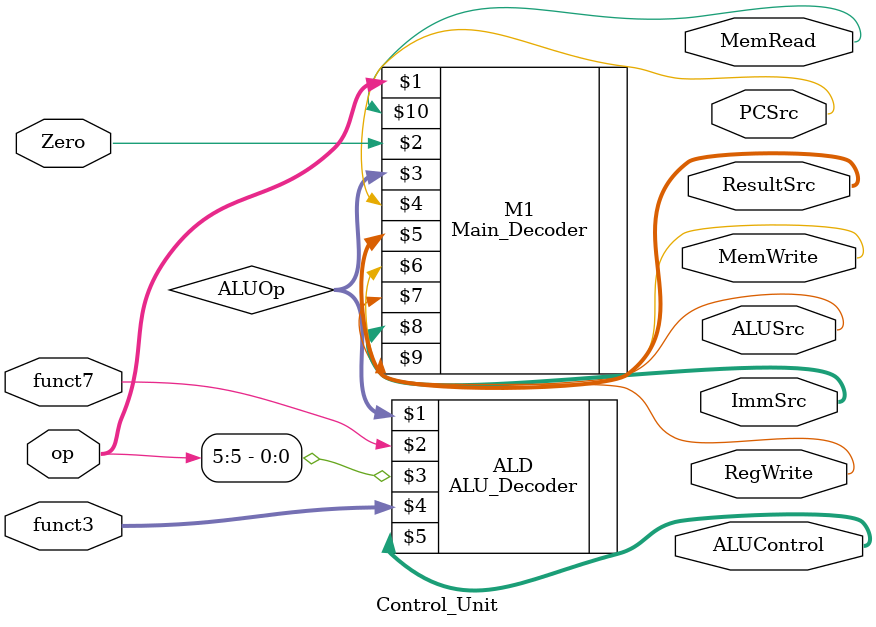
<source format=v>
module Control_Unit  (
 op,funct3,funct7,Zero,PCSrc,ResultSrc,MemWrite,ALUControl,ALUSrc,ImmSrc,RegWrite,MemRead   
);
input [6:0] op;
input [14:12] funct3;
input funct7,Zero;
output PCSrc;
output [1:0] ResultSrc;
output MemWrite;
output [2:0] ALUControl;
output ALUSrc;
output [1:0] ImmSrc;
output RegWrite;
output MemRead;
wire [1:0] ALUOp;

ALU_Decoder ALD(ALUOp,funct7,op[5],funct3,ALUControl);
Main_Decoder M1(op,Zero,ALUOp,PCSrc,ResultSrc,MemWrite,ALUSrc,ImmSrc,RegWrite,MemRead);

endmodule

</source>
